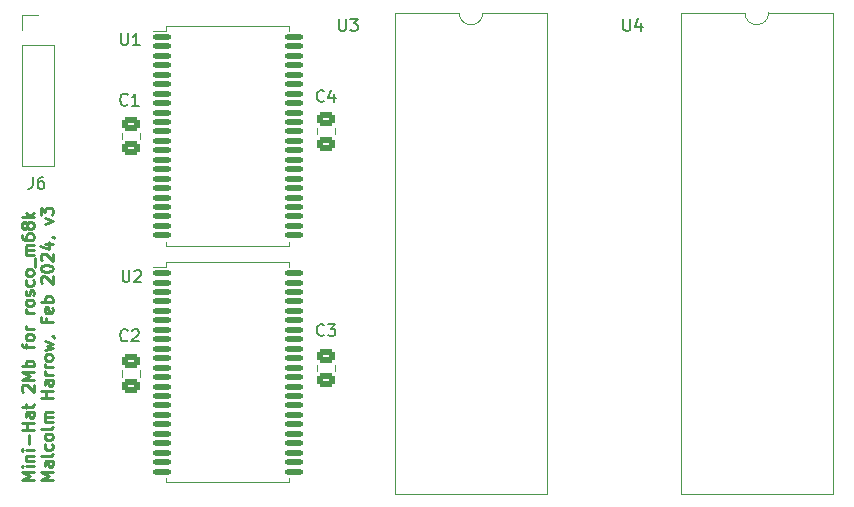
<source format=gto>
G04 #@! TF.GenerationSoftware,KiCad,Pcbnew,8.0.0*
G04 #@! TF.CreationDate,2024-03-01T08:40:03-05:00*
G04 #@! TF.ProjectId,Rosco-MiniHat,526f7363-6f2d-44d6-996e-694861742e6b,rev?*
G04 #@! TF.SameCoordinates,Original*
G04 #@! TF.FileFunction,Legend,Top*
G04 #@! TF.FilePolarity,Positive*
%FSLAX46Y46*%
G04 Gerber Fmt 4.6, Leading zero omitted, Abs format (unit mm)*
G04 Created by KiCad (PCBNEW 8.0.0) date 2024-03-01 08:40:03*
%MOMM*%
%LPD*%
G01*
G04 APERTURE LIST*
G04 Aperture macros list*
%AMRoundRect*
0 Rectangle with rounded corners*
0 $1 Rounding radius*
0 $2 $3 $4 $5 $6 $7 $8 $9 X,Y pos of 4 corners*
0 Add a 4 corners polygon primitive as box body*
4,1,4,$2,$3,$4,$5,$6,$7,$8,$9,$2,$3,0*
0 Add four circle primitives for the rounded corners*
1,1,$1+$1,$2,$3*
1,1,$1+$1,$4,$5*
1,1,$1+$1,$6,$7*
1,1,$1+$1,$8,$9*
0 Add four rect primitives between the rounded corners*
20,1,$1+$1,$2,$3,$4,$5,0*
20,1,$1+$1,$4,$5,$6,$7,0*
20,1,$1+$1,$6,$7,$8,$9,0*
20,1,$1+$1,$8,$9,$2,$3,0*%
G04 Aperture macros list end*
%ADD10C,0.250000*%
%ADD11C,0.150000*%
%ADD12C,0.120000*%
%ADD13R,1.700000X1.700000*%
%ADD14O,1.700000X1.700000*%
%ADD15R,1.600000X1.600000*%
%ADD16O,1.600000X1.600000*%
%ADD17RoundRect,0.250000X0.475000X-0.337500X0.475000X0.337500X-0.475000X0.337500X-0.475000X-0.337500X0*%
%ADD18RoundRect,0.137500X-0.625000X-0.137500X0.625000X-0.137500X0.625000X0.137500X-0.625000X0.137500X0*%
%ADD19RoundRect,0.250000X-0.475000X0.337500X-0.475000X-0.337500X0.475000X-0.337500X0.475000X0.337500X0*%
G04 APERTURE END LIST*
D10*
X58254675Y-90597431D02*
X57254675Y-90597431D01*
X57254675Y-90597431D02*
X57968960Y-90264098D01*
X57968960Y-90264098D02*
X57254675Y-89930765D01*
X57254675Y-89930765D02*
X58254675Y-89930765D01*
X58254675Y-89454574D02*
X57588008Y-89454574D01*
X57254675Y-89454574D02*
X57302294Y-89502193D01*
X57302294Y-89502193D02*
X57349913Y-89454574D01*
X57349913Y-89454574D02*
X57302294Y-89406955D01*
X57302294Y-89406955D02*
X57254675Y-89454574D01*
X57254675Y-89454574D02*
X57349913Y-89454574D01*
X57588008Y-88978384D02*
X58254675Y-88978384D01*
X57683246Y-88978384D02*
X57635627Y-88930765D01*
X57635627Y-88930765D02*
X57588008Y-88835527D01*
X57588008Y-88835527D02*
X57588008Y-88692670D01*
X57588008Y-88692670D02*
X57635627Y-88597432D01*
X57635627Y-88597432D02*
X57730865Y-88549813D01*
X57730865Y-88549813D02*
X58254675Y-88549813D01*
X58254675Y-88073622D02*
X57588008Y-88073622D01*
X57254675Y-88073622D02*
X57302294Y-88121241D01*
X57302294Y-88121241D02*
X57349913Y-88073622D01*
X57349913Y-88073622D02*
X57302294Y-88026003D01*
X57302294Y-88026003D02*
X57254675Y-88073622D01*
X57254675Y-88073622D02*
X57349913Y-88073622D01*
X57873722Y-87597432D02*
X57873722Y-86835528D01*
X58254675Y-86359337D02*
X57254675Y-86359337D01*
X57730865Y-86359337D02*
X57730865Y-85787909D01*
X58254675Y-85787909D02*
X57254675Y-85787909D01*
X58254675Y-84883147D02*
X57730865Y-84883147D01*
X57730865Y-84883147D02*
X57635627Y-84930766D01*
X57635627Y-84930766D02*
X57588008Y-85026004D01*
X57588008Y-85026004D02*
X57588008Y-85216480D01*
X57588008Y-85216480D02*
X57635627Y-85311718D01*
X58207056Y-84883147D02*
X58254675Y-84978385D01*
X58254675Y-84978385D02*
X58254675Y-85216480D01*
X58254675Y-85216480D02*
X58207056Y-85311718D01*
X58207056Y-85311718D02*
X58111817Y-85359337D01*
X58111817Y-85359337D02*
X58016579Y-85359337D01*
X58016579Y-85359337D02*
X57921341Y-85311718D01*
X57921341Y-85311718D02*
X57873722Y-85216480D01*
X57873722Y-85216480D02*
X57873722Y-84978385D01*
X57873722Y-84978385D02*
X57826103Y-84883147D01*
X57588008Y-84549813D02*
X57588008Y-84168861D01*
X57254675Y-84406956D02*
X58111817Y-84406956D01*
X58111817Y-84406956D02*
X58207056Y-84359337D01*
X58207056Y-84359337D02*
X58254675Y-84264099D01*
X58254675Y-84264099D02*
X58254675Y-84168861D01*
X57349913Y-83121241D02*
X57302294Y-83073622D01*
X57302294Y-83073622D02*
X57254675Y-82978384D01*
X57254675Y-82978384D02*
X57254675Y-82740289D01*
X57254675Y-82740289D02*
X57302294Y-82645051D01*
X57302294Y-82645051D02*
X57349913Y-82597432D01*
X57349913Y-82597432D02*
X57445151Y-82549813D01*
X57445151Y-82549813D02*
X57540389Y-82549813D01*
X57540389Y-82549813D02*
X57683246Y-82597432D01*
X57683246Y-82597432D02*
X58254675Y-83168860D01*
X58254675Y-83168860D02*
X58254675Y-82549813D01*
X58254675Y-82121241D02*
X57254675Y-82121241D01*
X57254675Y-82121241D02*
X57968960Y-81787908D01*
X57968960Y-81787908D02*
X57254675Y-81454575D01*
X57254675Y-81454575D02*
X58254675Y-81454575D01*
X58254675Y-80978384D02*
X57254675Y-80978384D01*
X57635627Y-80978384D02*
X57588008Y-80883146D01*
X57588008Y-80883146D02*
X57588008Y-80692670D01*
X57588008Y-80692670D02*
X57635627Y-80597432D01*
X57635627Y-80597432D02*
X57683246Y-80549813D01*
X57683246Y-80549813D02*
X57778484Y-80502194D01*
X57778484Y-80502194D02*
X58064198Y-80502194D01*
X58064198Y-80502194D02*
X58159436Y-80549813D01*
X58159436Y-80549813D02*
X58207056Y-80597432D01*
X58207056Y-80597432D02*
X58254675Y-80692670D01*
X58254675Y-80692670D02*
X58254675Y-80883146D01*
X58254675Y-80883146D02*
X58207056Y-80978384D01*
X57588008Y-79454574D02*
X57588008Y-79073622D01*
X58254675Y-79311717D02*
X57397532Y-79311717D01*
X57397532Y-79311717D02*
X57302294Y-79264098D01*
X57302294Y-79264098D02*
X57254675Y-79168860D01*
X57254675Y-79168860D02*
X57254675Y-79073622D01*
X58254675Y-78597431D02*
X58207056Y-78692669D01*
X58207056Y-78692669D02*
X58159436Y-78740288D01*
X58159436Y-78740288D02*
X58064198Y-78787907D01*
X58064198Y-78787907D02*
X57778484Y-78787907D01*
X57778484Y-78787907D02*
X57683246Y-78740288D01*
X57683246Y-78740288D02*
X57635627Y-78692669D01*
X57635627Y-78692669D02*
X57588008Y-78597431D01*
X57588008Y-78597431D02*
X57588008Y-78454574D01*
X57588008Y-78454574D02*
X57635627Y-78359336D01*
X57635627Y-78359336D02*
X57683246Y-78311717D01*
X57683246Y-78311717D02*
X57778484Y-78264098D01*
X57778484Y-78264098D02*
X58064198Y-78264098D01*
X58064198Y-78264098D02*
X58159436Y-78311717D01*
X58159436Y-78311717D02*
X58207056Y-78359336D01*
X58207056Y-78359336D02*
X58254675Y-78454574D01*
X58254675Y-78454574D02*
X58254675Y-78597431D01*
X58254675Y-77835526D02*
X57588008Y-77835526D01*
X57778484Y-77835526D02*
X57683246Y-77787907D01*
X57683246Y-77787907D02*
X57635627Y-77740288D01*
X57635627Y-77740288D02*
X57588008Y-77645050D01*
X57588008Y-77645050D02*
X57588008Y-77549812D01*
X58254675Y-76454573D02*
X57588008Y-76454573D01*
X57778484Y-76454573D02*
X57683246Y-76406954D01*
X57683246Y-76406954D02*
X57635627Y-76359335D01*
X57635627Y-76359335D02*
X57588008Y-76264097D01*
X57588008Y-76264097D02*
X57588008Y-76168859D01*
X58254675Y-75692668D02*
X58207056Y-75787906D01*
X58207056Y-75787906D02*
X58159436Y-75835525D01*
X58159436Y-75835525D02*
X58064198Y-75883144D01*
X58064198Y-75883144D02*
X57778484Y-75883144D01*
X57778484Y-75883144D02*
X57683246Y-75835525D01*
X57683246Y-75835525D02*
X57635627Y-75787906D01*
X57635627Y-75787906D02*
X57588008Y-75692668D01*
X57588008Y-75692668D02*
X57588008Y-75549811D01*
X57588008Y-75549811D02*
X57635627Y-75454573D01*
X57635627Y-75454573D02*
X57683246Y-75406954D01*
X57683246Y-75406954D02*
X57778484Y-75359335D01*
X57778484Y-75359335D02*
X58064198Y-75359335D01*
X58064198Y-75359335D02*
X58159436Y-75406954D01*
X58159436Y-75406954D02*
X58207056Y-75454573D01*
X58207056Y-75454573D02*
X58254675Y-75549811D01*
X58254675Y-75549811D02*
X58254675Y-75692668D01*
X58207056Y-74978382D02*
X58254675Y-74883144D01*
X58254675Y-74883144D02*
X58254675Y-74692668D01*
X58254675Y-74692668D02*
X58207056Y-74597430D01*
X58207056Y-74597430D02*
X58111817Y-74549811D01*
X58111817Y-74549811D02*
X58064198Y-74549811D01*
X58064198Y-74549811D02*
X57968960Y-74597430D01*
X57968960Y-74597430D02*
X57921341Y-74692668D01*
X57921341Y-74692668D02*
X57921341Y-74835525D01*
X57921341Y-74835525D02*
X57873722Y-74930763D01*
X57873722Y-74930763D02*
X57778484Y-74978382D01*
X57778484Y-74978382D02*
X57730865Y-74978382D01*
X57730865Y-74978382D02*
X57635627Y-74930763D01*
X57635627Y-74930763D02*
X57588008Y-74835525D01*
X57588008Y-74835525D02*
X57588008Y-74692668D01*
X57588008Y-74692668D02*
X57635627Y-74597430D01*
X58207056Y-73692668D02*
X58254675Y-73787906D01*
X58254675Y-73787906D02*
X58254675Y-73978382D01*
X58254675Y-73978382D02*
X58207056Y-74073620D01*
X58207056Y-74073620D02*
X58159436Y-74121239D01*
X58159436Y-74121239D02*
X58064198Y-74168858D01*
X58064198Y-74168858D02*
X57778484Y-74168858D01*
X57778484Y-74168858D02*
X57683246Y-74121239D01*
X57683246Y-74121239D02*
X57635627Y-74073620D01*
X57635627Y-74073620D02*
X57588008Y-73978382D01*
X57588008Y-73978382D02*
X57588008Y-73787906D01*
X57588008Y-73787906D02*
X57635627Y-73692668D01*
X58254675Y-73121239D02*
X58207056Y-73216477D01*
X58207056Y-73216477D02*
X58159436Y-73264096D01*
X58159436Y-73264096D02*
X58064198Y-73311715D01*
X58064198Y-73311715D02*
X57778484Y-73311715D01*
X57778484Y-73311715D02*
X57683246Y-73264096D01*
X57683246Y-73264096D02*
X57635627Y-73216477D01*
X57635627Y-73216477D02*
X57588008Y-73121239D01*
X57588008Y-73121239D02*
X57588008Y-72978382D01*
X57588008Y-72978382D02*
X57635627Y-72883144D01*
X57635627Y-72883144D02*
X57683246Y-72835525D01*
X57683246Y-72835525D02*
X57778484Y-72787906D01*
X57778484Y-72787906D02*
X58064198Y-72787906D01*
X58064198Y-72787906D02*
X58159436Y-72835525D01*
X58159436Y-72835525D02*
X58207056Y-72883144D01*
X58207056Y-72883144D02*
X58254675Y-72978382D01*
X58254675Y-72978382D02*
X58254675Y-73121239D01*
X58349913Y-72597430D02*
X58349913Y-71835525D01*
X58254675Y-71597429D02*
X57588008Y-71597429D01*
X57683246Y-71597429D02*
X57635627Y-71549810D01*
X57635627Y-71549810D02*
X57588008Y-71454572D01*
X57588008Y-71454572D02*
X57588008Y-71311715D01*
X57588008Y-71311715D02*
X57635627Y-71216477D01*
X57635627Y-71216477D02*
X57730865Y-71168858D01*
X57730865Y-71168858D02*
X58254675Y-71168858D01*
X57730865Y-71168858D02*
X57635627Y-71121239D01*
X57635627Y-71121239D02*
X57588008Y-71026001D01*
X57588008Y-71026001D02*
X57588008Y-70883144D01*
X57588008Y-70883144D02*
X57635627Y-70787905D01*
X57635627Y-70787905D02*
X57730865Y-70740286D01*
X57730865Y-70740286D02*
X58254675Y-70740286D01*
X57254675Y-69835525D02*
X57254675Y-70026001D01*
X57254675Y-70026001D02*
X57302294Y-70121239D01*
X57302294Y-70121239D02*
X57349913Y-70168858D01*
X57349913Y-70168858D02*
X57492770Y-70264096D01*
X57492770Y-70264096D02*
X57683246Y-70311715D01*
X57683246Y-70311715D02*
X58064198Y-70311715D01*
X58064198Y-70311715D02*
X58159436Y-70264096D01*
X58159436Y-70264096D02*
X58207056Y-70216477D01*
X58207056Y-70216477D02*
X58254675Y-70121239D01*
X58254675Y-70121239D02*
X58254675Y-69930763D01*
X58254675Y-69930763D02*
X58207056Y-69835525D01*
X58207056Y-69835525D02*
X58159436Y-69787906D01*
X58159436Y-69787906D02*
X58064198Y-69740287D01*
X58064198Y-69740287D02*
X57826103Y-69740287D01*
X57826103Y-69740287D02*
X57730865Y-69787906D01*
X57730865Y-69787906D02*
X57683246Y-69835525D01*
X57683246Y-69835525D02*
X57635627Y-69930763D01*
X57635627Y-69930763D02*
X57635627Y-70121239D01*
X57635627Y-70121239D02*
X57683246Y-70216477D01*
X57683246Y-70216477D02*
X57730865Y-70264096D01*
X57730865Y-70264096D02*
X57826103Y-70311715D01*
X57683246Y-69168858D02*
X57635627Y-69264096D01*
X57635627Y-69264096D02*
X57588008Y-69311715D01*
X57588008Y-69311715D02*
X57492770Y-69359334D01*
X57492770Y-69359334D02*
X57445151Y-69359334D01*
X57445151Y-69359334D02*
X57349913Y-69311715D01*
X57349913Y-69311715D02*
X57302294Y-69264096D01*
X57302294Y-69264096D02*
X57254675Y-69168858D01*
X57254675Y-69168858D02*
X57254675Y-68978382D01*
X57254675Y-68978382D02*
X57302294Y-68883144D01*
X57302294Y-68883144D02*
X57349913Y-68835525D01*
X57349913Y-68835525D02*
X57445151Y-68787906D01*
X57445151Y-68787906D02*
X57492770Y-68787906D01*
X57492770Y-68787906D02*
X57588008Y-68835525D01*
X57588008Y-68835525D02*
X57635627Y-68883144D01*
X57635627Y-68883144D02*
X57683246Y-68978382D01*
X57683246Y-68978382D02*
X57683246Y-69168858D01*
X57683246Y-69168858D02*
X57730865Y-69264096D01*
X57730865Y-69264096D02*
X57778484Y-69311715D01*
X57778484Y-69311715D02*
X57873722Y-69359334D01*
X57873722Y-69359334D02*
X58064198Y-69359334D01*
X58064198Y-69359334D02*
X58159436Y-69311715D01*
X58159436Y-69311715D02*
X58207056Y-69264096D01*
X58207056Y-69264096D02*
X58254675Y-69168858D01*
X58254675Y-69168858D02*
X58254675Y-68978382D01*
X58254675Y-68978382D02*
X58207056Y-68883144D01*
X58207056Y-68883144D02*
X58159436Y-68835525D01*
X58159436Y-68835525D02*
X58064198Y-68787906D01*
X58064198Y-68787906D02*
X57873722Y-68787906D01*
X57873722Y-68787906D02*
X57778484Y-68835525D01*
X57778484Y-68835525D02*
X57730865Y-68883144D01*
X57730865Y-68883144D02*
X57683246Y-68978382D01*
X58254675Y-68359334D02*
X57254675Y-68359334D01*
X57873722Y-68264096D02*
X58254675Y-67978382D01*
X57588008Y-67978382D02*
X57968960Y-68359334D01*
X59864619Y-90597431D02*
X58864619Y-90597431D01*
X58864619Y-90597431D02*
X59578904Y-90264098D01*
X59578904Y-90264098D02*
X58864619Y-89930765D01*
X58864619Y-89930765D02*
X59864619Y-89930765D01*
X59864619Y-89026003D02*
X59340809Y-89026003D01*
X59340809Y-89026003D02*
X59245571Y-89073622D01*
X59245571Y-89073622D02*
X59197952Y-89168860D01*
X59197952Y-89168860D02*
X59197952Y-89359336D01*
X59197952Y-89359336D02*
X59245571Y-89454574D01*
X59817000Y-89026003D02*
X59864619Y-89121241D01*
X59864619Y-89121241D02*
X59864619Y-89359336D01*
X59864619Y-89359336D02*
X59817000Y-89454574D01*
X59817000Y-89454574D02*
X59721761Y-89502193D01*
X59721761Y-89502193D02*
X59626523Y-89502193D01*
X59626523Y-89502193D02*
X59531285Y-89454574D01*
X59531285Y-89454574D02*
X59483666Y-89359336D01*
X59483666Y-89359336D02*
X59483666Y-89121241D01*
X59483666Y-89121241D02*
X59436047Y-89026003D01*
X59864619Y-88406955D02*
X59817000Y-88502193D01*
X59817000Y-88502193D02*
X59721761Y-88549812D01*
X59721761Y-88549812D02*
X58864619Y-88549812D01*
X59817000Y-87597431D02*
X59864619Y-87692669D01*
X59864619Y-87692669D02*
X59864619Y-87883145D01*
X59864619Y-87883145D02*
X59817000Y-87978383D01*
X59817000Y-87978383D02*
X59769380Y-88026002D01*
X59769380Y-88026002D02*
X59674142Y-88073621D01*
X59674142Y-88073621D02*
X59388428Y-88073621D01*
X59388428Y-88073621D02*
X59293190Y-88026002D01*
X59293190Y-88026002D02*
X59245571Y-87978383D01*
X59245571Y-87978383D02*
X59197952Y-87883145D01*
X59197952Y-87883145D02*
X59197952Y-87692669D01*
X59197952Y-87692669D02*
X59245571Y-87597431D01*
X59864619Y-87026002D02*
X59817000Y-87121240D01*
X59817000Y-87121240D02*
X59769380Y-87168859D01*
X59769380Y-87168859D02*
X59674142Y-87216478D01*
X59674142Y-87216478D02*
X59388428Y-87216478D01*
X59388428Y-87216478D02*
X59293190Y-87168859D01*
X59293190Y-87168859D02*
X59245571Y-87121240D01*
X59245571Y-87121240D02*
X59197952Y-87026002D01*
X59197952Y-87026002D02*
X59197952Y-86883145D01*
X59197952Y-86883145D02*
X59245571Y-86787907D01*
X59245571Y-86787907D02*
X59293190Y-86740288D01*
X59293190Y-86740288D02*
X59388428Y-86692669D01*
X59388428Y-86692669D02*
X59674142Y-86692669D01*
X59674142Y-86692669D02*
X59769380Y-86740288D01*
X59769380Y-86740288D02*
X59817000Y-86787907D01*
X59817000Y-86787907D02*
X59864619Y-86883145D01*
X59864619Y-86883145D02*
X59864619Y-87026002D01*
X59864619Y-86121240D02*
X59817000Y-86216478D01*
X59817000Y-86216478D02*
X59721761Y-86264097D01*
X59721761Y-86264097D02*
X58864619Y-86264097D01*
X59864619Y-85740287D02*
X59197952Y-85740287D01*
X59293190Y-85740287D02*
X59245571Y-85692668D01*
X59245571Y-85692668D02*
X59197952Y-85597430D01*
X59197952Y-85597430D02*
X59197952Y-85454573D01*
X59197952Y-85454573D02*
X59245571Y-85359335D01*
X59245571Y-85359335D02*
X59340809Y-85311716D01*
X59340809Y-85311716D02*
X59864619Y-85311716D01*
X59340809Y-85311716D02*
X59245571Y-85264097D01*
X59245571Y-85264097D02*
X59197952Y-85168859D01*
X59197952Y-85168859D02*
X59197952Y-85026002D01*
X59197952Y-85026002D02*
X59245571Y-84930763D01*
X59245571Y-84930763D02*
X59340809Y-84883144D01*
X59340809Y-84883144D02*
X59864619Y-84883144D01*
X59864619Y-83645049D02*
X58864619Y-83645049D01*
X59340809Y-83645049D02*
X59340809Y-83073621D01*
X59864619Y-83073621D02*
X58864619Y-83073621D01*
X59864619Y-82168859D02*
X59340809Y-82168859D01*
X59340809Y-82168859D02*
X59245571Y-82216478D01*
X59245571Y-82216478D02*
X59197952Y-82311716D01*
X59197952Y-82311716D02*
X59197952Y-82502192D01*
X59197952Y-82502192D02*
X59245571Y-82597430D01*
X59817000Y-82168859D02*
X59864619Y-82264097D01*
X59864619Y-82264097D02*
X59864619Y-82502192D01*
X59864619Y-82502192D02*
X59817000Y-82597430D01*
X59817000Y-82597430D02*
X59721761Y-82645049D01*
X59721761Y-82645049D02*
X59626523Y-82645049D01*
X59626523Y-82645049D02*
X59531285Y-82597430D01*
X59531285Y-82597430D02*
X59483666Y-82502192D01*
X59483666Y-82502192D02*
X59483666Y-82264097D01*
X59483666Y-82264097D02*
X59436047Y-82168859D01*
X59864619Y-81692668D02*
X59197952Y-81692668D01*
X59388428Y-81692668D02*
X59293190Y-81645049D01*
X59293190Y-81645049D02*
X59245571Y-81597430D01*
X59245571Y-81597430D02*
X59197952Y-81502192D01*
X59197952Y-81502192D02*
X59197952Y-81406954D01*
X59864619Y-81073620D02*
X59197952Y-81073620D01*
X59388428Y-81073620D02*
X59293190Y-81026001D01*
X59293190Y-81026001D02*
X59245571Y-80978382D01*
X59245571Y-80978382D02*
X59197952Y-80883144D01*
X59197952Y-80883144D02*
X59197952Y-80787906D01*
X59864619Y-80311715D02*
X59817000Y-80406953D01*
X59817000Y-80406953D02*
X59769380Y-80454572D01*
X59769380Y-80454572D02*
X59674142Y-80502191D01*
X59674142Y-80502191D02*
X59388428Y-80502191D01*
X59388428Y-80502191D02*
X59293190Y-80454572D01*
X59293190Y-80454572D02*
X59245571Y-80406953D01*
X59245571Y-80406953D02*
X59197952Y-80311715D01*
X59197952Y-80311715D02*
X59197952Y-80168858D01*
X59197952Y-80168858D02*
X59245571Y-80073620D01*
X59245571Y-80073620D02*
X59293190Y-80026001D01*
X59293190Y-80026001D02*
X59388428Y-79978382D01*
X59388428Y-79978382D02*
X59674142Y-79978382D01*
X59674142Y-79978382D02*
X59769380Y-80026001D01*
X59769380Y-80026001D02*
X59817000Y-80073620D01*
X59817000Y-80073620D02*
X59864619Y-80168858D01*
X59864619Y-80168858D02*
X59864619Y-80311715D01*
X59197952Y-79645048D02*
X59864619Y-79454572D01*
X59864619Y-79454572D02*
X59388428Y-79264096D01*
X59388428Y-79264096D02*
X59864619Y-79073620D01*
X59864619Y-79073620D02*
X59197952Y-78883144D01*
X59817000Y-78454572D02*
X59864619Y-78454572D01*
X59864619Y-78454572D02*
X59959857Y-78502191D01*
X59959857Y-78502191D02*
X60007476Y-78549810D01*
X59340809Y-76930763D02*
X59340809Y-77264096D01*
X59864619Y-77264096D02*
X58864619Y-77264096D01*
X58864619Y-77264096D02*
X58864619Y-76787906D01*
X59817000Y-76026001D02*
X59864619Y-76121239D01*
X59864619Y-76121239D02*
X59864619Y-76311715D01*
X59864619Y-76311715D02*
X59817000Y-76406953D01*
X59817000Y-76406953D02*
X59721761Y-76454572D01*
X59721761Y-76454572D02*
X59340809Y-76454572D01*
X59340809Y-76454572D02*
X59245571Y-76406953D01*
X59245571Y-76406953D02*
X59197952Y-76311715D01*
X59197952Y-76311715D02*
X59197952Y-76121239D01*
X59197952Y-76121239D02*
X59245571Y-76026001D01*
X59245571Y-76026001D02*
X59340809Y-75978382D01*
X59340809Y-75978382D02*
X59436047Y-75978382D01*
X59436047Y-75978382D02*
X59531285Y-76454572D01*
X59864619Y-75549810D02*
X58864619Y-75549810D01*
X59245571Y-75549810D02*
X59197952Y-75454572D01*
X59197952Y-75454572D02*
X59197952Y-75264096D01*
X59197952Y-75264096D02*
X59245571Y-75168858D01*
X59245571Y-75168858D02*
X59293190Y-75121239D01*
X59293190Y-75121239D02*
X59388428Y-75073620D01*
X59388428Y-75073620D02*
X59674142Y-75073620D01*
X59674142Y-75073620D02*
X59769380Y-75121239D01*
X59769380Y-75121239D02*
X59817000Y-75168858D01*
X59817000Y-75168858D02*
X59864619Y-75264096D01*
X59864619Y-75264096D02*
X59864619Y-75454572D01*
X59864619Y-75454572D02*
X59817000Y-75549810D01*
X58959857Y-73930762D02*
X58912238Y-73883143D01*
X58912238Y-73883143D02*
X58864619Y-73787905D01*
X58864619Y-73787905D02*
X58864619Y-73549810D01*
X58864619Y-73549810D02*
X58912238Y-73454572D01*
X58912238Y-73454572D02*
X58959857Y-73406953D01*
X58959857Y-73406953D02*
X59055095Y-73359334D01*
X59055095Y-73359334D02*
X59150333Y-73359334D01*
X59150333Y-73359334D02*
X59293190Y-73406953D01*
X59293190Y-73406953D02*
X59864619Y-73978381D01*
X59864619Y-73978381D02*
X59864619Y-73359334D01*
X58864619Y-72740286D02*
X58864619Y-72645048D01*
X58864619Y-72645048D02*
X58912238Y-72549810D01*
X58912238Y-72549810D02*
X58959857Y-72502191D01*
X58959857Y-72502191D02*
X59055095Y-72454572D01*
X59055095Y-72454572D02*
X59245571Y-72406953D01*
X59245571Y-72406953D02*
X59483666Y-72406953D01*
X59483666Y-72406953D02*
X59674142Y-72454572D01*
X59674142Y-72454572D02*
X59769380Y-72502191D01*
X59769380Y-72502191D02*
X59817000Y-72549810D01*
X59817000Y-72549810D02*
X59864619Y-72645048D01*
X59864619Y-72645048D02*
X59864619Y-72740286D01*
X59864619Y-72740286D02*
X59817000Y-72835524D01*
X59817000Y-72835524D02*
X59769380Y-72883143D01*
X59769380Y-72883143D02*
X59674142Y-72930762D01*
X59674142Y-72930762D02*
X59483666Y-72978381D01*
X59483666Y-72978381D02*
X59245571Y-72978381D01*
X59245571Y-72978381D02*
X59055095Y-72930762D01*
X59055095Y-72930762D02*
X58959857Y-72883143D01*
X58959857Y-72883143D02*
X58912238Y-72835524D01*
X58912238Y-72835524D02*
X58864619Y-72740286D01*
X58959857Y-72026000D02*
X58912238Y-71978381D01*
X58912238Y-71978381D02*
X58864619Y-71883143D01*
X58864619Y-71883143D02*
X58864619Y-71645048D01*
X58864619Y-71645048D02*
X58912238Y-71549810D01*
X58912238Y-71549810D02*
X58959857Y-71502191D01*
X58959857Y-71502191D02*
X59055095Y-71454572D01*
X59055095Y-71454572D02*
X59150333Y-71454572D01*
X59150333Y-71454572D02*
X59293190Y-71502191D01*
X59293190Y-71502191D02*
X59864619Y-72073619D01*
X59864619Y-72073619D02*
X59864619Y-71454572D01*
X59197952Y-70597429D02*
X59864619Y-70597429D01*
X58817000Y-70835524D02*
X59531285Y-71073619D01*
X59531285Y-71073619D02*
X59531285Y-70454572D01*
X59817000Y-70026000D02*
X59864619Y-70026000D01*
X59864619Y-70026000D02*
X59959857Y-70073619D01*
X59959857Y-70073619D02*
X60007476Y-70121238D01*
X59197952Y-68930762D02*
X59864619Y-68692667D01*
X59864619Y-68692667D02*
X59197952Y-68454572D01*
X58864619Y-68168857D02*
X58864619Y-67549810D01*
X58864619Y-67549810D02*
X59245571Y-67883143D01*
X59245571Y-67883143D02*
X59245571Y-67740286D01*
X59245571Y-67740286D02*
X59293190Y-67645048D01*
X59293190Y-67645048D02*
X59340809Y-67597429D01*
X59340809Y-67597429D02*
X59436047Y-67549810D01*
X59436047Y-67549810D02*
X59674142Y-67549810D01*
X59674142Y-67549810D02*
X59769380Y-67597429D01*
X59769380Y-67597429D02*
X59817000Y-67645048D01*
X59817000Y-67645048D02*
X59864619Y-67740286D01*
X59864619Y-67740286D02*
X59864619Y-68026000D01*
X59864619Y-68026000D02*
X59817000Y-68121238D01*
X59817000Y-68121238D02*
X59769380Y-68168857D01*
D11*
X58166666Y-64954819D02*
X58166666Y-65669104D01*
X58166666Y-65669104D02*
X58119047Y-65811961D01*
X58119047Y-65811961D02*
X58023809Y-65907200D01*
X58023809Y-65907200D02*
X57880952Y-65954819D01*
X57880952Y-65954819D02*
X57785714Y-65954819D01*
X59071428Y-64954819D02*
X58880952Y-64954819D01*
X58880952Y-64954819D02*
X58785714Y-65002438D01*
X58785714Y-65002438D02*
X58738095Y-65050057D01*
X58738095Y-65050057D02*
X58642857Y-65192914D01*
X58642857Y-65192914D02*
X58595238Y-65383390D01*
X58595238Y-65383390D02*
X58595238Y-65764342D01*
X58595238Y-65764342D02*
X58642857Y-65859580D01*
X58642857Y-65859580D02*
X58690476Y-65907200D01*
X58690476Y-65907200D02*
X58785714Y-65954819D01*
X58785714Y-65954819D02*
X58976190Y-65954819D01*
X58976190Y-65954819D02*
X59071428Y-65907200D01*
X59071428Y-65907200D02*
X59119047Y-65859580D01*
X59119047Y-65859580D02*
X59166666Y-65764342D01*
X59166666Y-65764342D02*
X59166666Y-65526247D01*
X59166666Y-65526247D02*
X59119047Y-65431009D01*
X59119047Y-65431009D02*
X59071428Y-65383390D01*
X59071428Y-65383390D02*
X58976190Y-65335771D01*
X58976190Y-65335771D02*
X58785714Y-65335771D01*
X58785714Y-65335771D02*
X58690476Y-65383390D01*
X58690476Y-65383390D02*
X58642857Y-65431009D01*
X58642857Y-65431009D02*
X58595238Y-65526247D01*
X108189095Y-51578819D02*
X108189095Y-52388342D01*
X108189095Y-52388342D02*
X108236714Y-52483580D01*
X108236714Y-52483580D02*
X108284333Y-52531200D01*
X108284333Y-52531200D02*
X108379571Y-52578819D01*
X108379571Y-52578819D02*
X108570047Y-52578819D01*
X108570047Y-52578819D02*
X108665285Y-52531200D01*
X108665285Y-52531200D02*
X108712904Y-52483580D01*
X108712904Y-52483580D02*
X108760523Y-52388342D01*
X108760523Y-52388342D02*
X108760523Y-51578819D01*
X109665285Y-51912152D02*
X109665285Y-52578819D01*
X109427190Y-51531200D02*
X109189095Y-52245485D01*
X109189095Y-52245485D02*
X109808142Y-52245485D01*
X82833333Y-58512580D02*
X82785714Y-58560200D01*
X82785714Y-58560200D02*
X82642857Y-58607819D01*
X82642857Y-58607819D02*
X82547619Y-58607819D01*
X82547619Y-58607819D02*
X82404762Y-58560200D01*
X82404762Y-58560200D02*
X82309524Y-58464961D01*
X82309524Y-58464961D02*
X82261905Y-58369723D01*
X82261905Y-58369723D02*
X82214286Y-58179247D01*
X82214286Y-58179247D02*
X82214286Y-58036390D01*
X82214286Y-58036390D02*
X82261905Y-57845914D01*
X82261905Y-57845914D02*
X82309524Y-57750676D01*
X82309524Y-57750676D02*
X82404762Y-57655438D01*
X82404762Y-57655438D02*
X82547619Y-57607819D01*
X82547619Y-57607819D02*
X82642857Y-57607819D01*
X82642857Y-57607819D02*
X82785714Y-57655438D01*
X82785714Y-57655438D02*
X82833333Y-57703057D01*
X83690476Y-57941152D02*
X83690476Y-58607819D01*
X83452381Y-57560200D02*
X83214286Y-58274485D01*
X83214286Y-58274485D02*
X83833333Y-58274485D01*
X82833333Y-78330580D02*
X82785714Y-78378200D01*
X82785714Y-78378200D02*
X82642857Y-78425819D01*
X82642857Y-78425819D02*
X82547619Y-78425819D01*
X82547619Y-78425819D02*
X82404762Y-78378200D01*
X82404762Y-78378200D02*
X82309524Y-78282961D01*
X82309524Y-78282961D02*
X82261905Y-78187723D01*
X82261905Y-78187723D02*
X82214286Y-77997247D01*
X82214286Y-77997247D02*
X82214286Y-77854390D01*
X82214286Y-77854390D02*
X82261905Y-77663914D01*
X82261905Y-77663914D02*
X82309524Y-77568676D01*
X82309524Y-77568676D02*
X82404762Y-77473438D01*
X82404762Y-77473438D02*
X82547619Y-77425819D01*
X82547619Y-77425819D02*
X82642857Y-77425819D01*
X82642857Y-77425819D02*
X82785714Y-77473438D01*
X82785714Y-77473438D02*
X82833333Y-77521057D01*
X83166667Y-77425819D02*
X83785714Y-77425819D01*
X83785714Y-77425819D02*
X83452381Y-77806771D01*
X83452381Y-77806771D02*
X83595238Y-77806771D01*
X83595238Y-77806771D02*
X83690476Y-77854390D01*
X83690476Y-77854390D02*
X83738095Y-77902009D01*
X83738095Y-77902009D02*
X83785714Y-77997247D01*
X83785714Y-77997247D02*
X83785714Y-78235342D01*
X83785714Y-78235342D02*
X83738095Y-78330580D01*
X83738095Y-78330580D02*
X83690476Y-78378200D01*
X83690476Y-78378200D02*
X83595238Y-78425819D01*
X83595238Y-78425819D02*
X83309524Y-78425819D01*
X83309524Y-78425819D02*
X83214286Y-78378200D01*
X83214286Y-78378200D02*
X83166667Y-78330580D01*
X65653095Y-52781819D02*
X65653095Y-53591342D01*
X65653095Y-53591342D02*
X65700714Y-53686580D01*
X65700714Y-53686580D02*
X65748333Y-53734200D01*
X65748333Y-53734200D02*
X65843571Y-53781819D01*
X65843571Y-53781819D02*
X66034047Y-53781819D01*
X66034047Y-53781819D02*
X66129285Y-53734200D01*
X66129285Y-53734200D02*
X66176904Y-53686580D01*
X66176904Y-53686580D02*
X66224523Y-53591342D01*
X66224523Y-53591342D02*
X66224523Y-52781819D01*
X67224523Y-53781819D02*
X66653095Y-53781819D01*
X66938809Y-53781819D02*
X66938809Y-52781819D01*
X66938809Y-52781819D02*
X66843571Y-52924676D01*
X66843571Y-52924676D02*
X66748333Y-53019914D01*
X66748333Y-53019914D02*
X66653095Y-53067533D01*
X84111095Y-51578819D02*
X84111095Y-52388342D01*
X84111095Y-52388342D02*
X84158714Y-52483580D01*
X84158714Y-52483580D02*
X84206333Y-52531200D01*
X84206333Y-52531200D02*
X84301571Y-52578819D01*
X84301571Y-52578819D02*
X84492047Y-52578819D01*
X84492047Y-52578819D02*
X84587285Y-52531200D01*
X84587285Y-52531200D02*
X84634904Y-52483580D01*
X84634904Y-52483580D02*
X84682523Y-52388342D01*
X84682523Y-52388342D02*
X84682523Y-51578819D01*
X85063476Y-51578819D02*
X85682523Y-51578819D01*
X85682523Y-51578819D02*
X85349190Y-51959771D01*
X85349190Y-51959771D02*
X85492047Y-51959771D01*
X85492047Y-51959771D02*
X85587285Y-52007390D01*
X85587285Y-52007390D02*
X85634904Y-52055009D01*
X85634904Y-52055009D02*
X85682523Y-52150247D01*
X85682523Y-52150247D02*
X85682523Y-52388342D01*
X85682523Y-52388342D02*
X85634904Y-52483580D01*
X85634904Y-52483580D02*
X85587285Y-52531200D01*
X85587285Y-52531200D02*
X85492047Y-52578819D01*
X85492047Y-52578819D02*
X85206333Y-52578819D01*
X85206333Y-52578819D02*
X85111095Y-52531200D01*
X85111095Y-52531200D02*
X85063476Y-52483580D01*
X66206333Y-78774080D02*
X66158714Y-78821700D01*
X66158714Y-78821700D02*
X66015857Y-78869319D01*
X66015857Y-78869319D02*
X65920619Y-78869319D01*
X65920619Y-78869319D02*
X65777762Y-78821700D01*
X65777762Y-78821700D02*
X65682524Y-78726461D01*
X65682524Y-78726461D02*
X65634905Y-78631223D01*
X65634905Y-78631223D02*
X65587286Y-78440747D01*
X65587286Y-78440747D02*
X65587286Y-78297890D01*
X65587286Y-78297890D02*
X65634905Y-78107414D01*
X65634905Y-78107414D02*
X65682524Y-78012176D01*
X65682524Y-78012176D02*
X65777762Y-77916938D01*
X65777762Y-77916938D02*
X65920619Y-77869319D01*
X65920619Y-77869319D02*
X66015857Y-77869319D01*
X66015857Y-77869319D02*
X66158714Y-77916938D01*
X66158714Y-77916938D02*
X66206333Y-77964557D01*
X66587286Y-77964557D02*
X66634905Y-77916938D01*
X66634905Y-77916938D02*
X66730143Y-77869319D01*
X66730143Y-77869319D02*
X66968238Y-77869319D01*
X66968238Y-77869319D02*
X67063476Y-77916938D01*
X67063476Y-77916938D02*
X67111095Y-77964557D01*
X67111095Y-77964557D02*
X67158714Y-78059795D01*
X67158714Y-78059795D02*
X67158714Y-78155033D01*
X67158714Y-78155033D02*
X67111095Y-78297890D01*
X67111095Y-78297890D02*
X66539667Y-78869319D01*
X66539667Y-78869319D02*
X67158714Y-78869319D01*
X66206333Y-58811580D02*
X66158714Y-58859200D01*
X66158714Y-58859200D02*
X66015857Y-58906819D01*
X66015857Y-58906819D02*
X65920619Y-58906819D01*
X65920619Y-58906819D02*
X65777762Y-58859200D01*
X65777762Y-58859200D02*
X65682524Y-58763961D01*
X65682524Y-58763961D02*
X65634905Y-58668723D01*
X65634905Y-58668723D02*
X65587286Y-58478247D01*
X65587286Y-58478247D02*
X65587286Y-58335390D01*
X65587286Y-58335390D02*
X65634905Y-58144914D01*
X65634905Y-58144914D02*
X65682524Y-58049676D01*
X65682524Y-58049676D02*
X65777762Y-57954438D01*
X65777762Y-57954438D02*
X65920619Y-57906819D01*
X65920619Y-57906819D02*
X66015857Y-57906819D01*
X66015857Y-57906819D02*
X66158714Y-57954438D01*
X66158714Y-57954438D02*
X66206333Y-58002057D01*
X67158714Y-58906819D02*
X66587286Y-58906819D01*
X66873000Y-58906819D02*
X66873000Y-57906819D01*
X66873000Y-57906819D02*
X66777762Y-58049676D01*
X66777762Y-58049676D02*
X66682524Y-58144914D01*
X66682524Y-58144914D02*
X66587286Y-58192533D01*
X65780095Y-72853819D02*
X65780095Y-73663342D01*
X65780095Y-73663342D02*
X65827714Y-73758580D01*
X65827714Y-73758580D02*
X65875333Y-73806200D01*
X65875333Y-73806200D02*
X65970571Y-73853819D01*
X65970571Y-73853819D02*
X66161047Y-73853819D01*
X66161047Y-73853819D02*
X66256285Y-73806200D01*
X66256285Y-73806200D02*
X66303904Y-73758580D01*
X66303904Y-73758580D02*
X66351523Y-73663342D01*
X66351523Y-73663342D02*
X66351523Y-72853819D01*
X66780095Y-72949057D02*
X66827714Y-72901438D01*
X66827714Y-72901438D02*
X66922952Y-72853819D01*
X66922952Y-72853819D02*
X67161047Y-72853819D01*
X67161047Y-72853819D02*
X67256285Y-72901438D01*
X67256285Y-72901438D02*
X67303904Y-72949057D01*
X67303904Y-72949057D02*
X67351523Y-73044295D01*
X67351523Y-73044295D02*
X67351523Y-73139533D01*
X67351523Y-73139533D02*
X67303904Y-73282390D01*
X67303904Y-73282390D02*
X66732476Y-73853819D01*
X66732476Y-73853819D02*
X67351523Y-73853819D01*
D12*
X57308000Y-51220000D02*
X58638000Y-51220000D01*
X57308000Y-52550000D02*
X57308000Y-51220000D01*
X57308000Y-53820000D02*
X57308000Y-64040000D01*
X57308000Y-53820000D02*
X59968000Y-53820000D01*
X57308000Y-64040000D02*
X59968000Y-64040000D01*
X59968000Y-53820000D02*
X59968000Y-64040000D01*
X113027000Y-51057000D02*
X113027000Y-91817000D01*
X113027000Y-91817000D02*
X125947000Y-91817000D01*
X118487000Y-51057000D02*
X113027000Y-51057000D01*
X125947000Y-51057000D02*
X120487000Y-51057000D01*
X125947000Y-91817000D02*
X125947000Y-51057000D01*
X120487000Y-51057000D02*
G75*
G02*
X118487000Y-51057000I-1000000J0D01*
G01*
X82265000Y-61356752D02*
X82265000Y-60834248D01*
X83735000Y-61356752D02*
X83735000Y-60834248D01*
X82265000Y-81407252D02*
X82265000Y-80884748D01*
X83735000Y-81407252D02*
X83735000Y-80884748D01*
X69480000Y-52185000D02*
X69480000Y-52565000D01*
X69480000Y-52565000D02*
X68320000Y-52565000D01*
X69480000Y-70815000D02*
X69480000Y-70435000D01*
X74670000Y-52185000D02*
X69480000Y-52185000D01*
X74670000Y-52185000D02*
X79860000Y-52185000D01*
X74670000Y-70815000D02*
X69480000Y-70815000D01*
X74670000Y-70815000D02*
X79860000Y-70815000D01*
X79860000Y-52185000D02*
X79860000Y-52565000D01*
X79860000Y-70815000D02*
X79860000Y-70435000D01*
X88827000Y-51057000D02*
X88827000Y-91817000D01*
X88827000Y-91817000D02*
X101747000Y-91817000D01*
X94287000Y-51057000D02*
X88827000Y-51057000D01*
X101747000Y-51057000D02*
X96287000Y-51057000D01*
X101747000Y-91817000D02*
X101747000Y-51057000D01*
X96287000Y-51057000D02*
G75*
G02*
X94287000Y-51057000I-1000000J0D01*
G01*
X67235000Y-81328248D02*
X67235000Y-81850752D01*
X65765000Y-81328248D02*
X65765000Y-81850752D01*
X67235000Y-61238748D02*
X67235000Y-61761252D01*
X65765000Y-61238748D02*
X65765000Y-61761252D01*
X69480000Y-72185000D02*
X69480000Y-72565000D01*
X69480000Y-72565000D02*
X68320000Y-72565000D01*
X69480000Y-90815000D02*
X69480000Y-90435000D01*
X74670000Y-72185000D02*
X69480000Y-72185000D01*
X74670000Y-72185000D02*
X79860000Y-72185000D01*
X74670000Y-90815000D02*
X69480000Y-90815000D01*
X74670000Y-90815000D02*
X79860000Y-90815000D01*
X79860000Y-72185000D02*
X79860000Y-72565000D01*
X79860000Y-90815000D02*
X79860000Y-90435000D01*
%LPC*%
D13*
X58638000Y-52550000D03*
D14*
X58638000Y-55090000D03*
X58638000Y-57630000D03*
X58638000Y-60170000D03*
X58638000Y-62710000D03*
D15*
X111867000Y-52387000D03*
D16*
X111867000Y-54927000D03*
X111867000Y-57467000D03*
X111867000Y-60007000D03*
X111867000Y-62547000D03*
X111867000Y-65087000D03*
X111867000Y-67627000D03*
X111867000Y-70167000D03*
X111867000Y-72707000D03*
X111867000Y-75247000D03*
X111867000Y-77787000D03*
X111867000Y-80327000D03*
X111867000Y-82867000D03*
X111867000Y-85407000D03*
X111867000Y-87947000D03*
X111867000Y-90487000D03*
X127107000Y-90487000D03*
X127107000Y-87947000D03*
X127107000Y-85407000D03*
X127107000Y-82867000D03*
X127107000Y-80327000D03*
X127107000Y-77787000D03*
X127107000Y-75247000D03*
X127107000Y-72707000D03*
X127107000Y-70167000D03*
X127107000Y-67627000D03*
X127107000Y-65087000D03*
X127107000Y-62547000D03*
X127107000Y-60007000D03*
X127107000Y-57467000D03*
X127107000Y-54927000D03*
X127107000Y-52387000D03*
D17*
X83000000Y-62133000D03*
X83000000Y-60058000D03*
X83000000Y-82183500D03*
X83000000Y-80108500D03*
D18*
X69082500Y-53100000D03*
X69082500Y-53900000D03*
X69082500Y-54700000D03*
X69082500Y-55500000D03*
X69082500Y-56300000D03*
X69082500Y-57100000D03*
X69082500Y-57900000D03*
X69082500Y-58700000D03*
X69082500Y-59500000D03*
X69082500Y-60300000D03*
X69082500Y-61100000D03*
X69082500Y-61900000D03*
X69082500Y-62700000D03*
X69082500Y-63500000D03*
X69082500Y-64300000D03*
X69082500Y-65100000D03*
X69082500Y-65900000D03*
X69082500Y-66700000D03*
X69082500Y-67500000D03*
X69082500Y-68300000D03*
X69082500Y-69100000D03*
X69082500Y-69900000D03*
X80257500Y-69900000D03*
X80257500Y-69100000D03*
X80257500Y-68300000D03*
X80257500Y-67500000D03*
X80257500Y-66700000D03*
X80257500Y-65900000D03*
X80257500Y-65100000D03*
X80257500Y-64300000D03*
X80257500Y-63500000D03*
X80257500Y-62700000D03*
X80257500Y-61900000D03*
X80257500Y-61100000D03*
X80257500Y-60300000D03*
X80257500Y-59500000D03*
X80257500Y-58700000D03*
X80257500Y-57900000D03*
X80257500Y-57100000D03*
X80257500Y-56300000D03*
X80257500Y-55500000D03*
X80257500Y-54700000D03*
X80257500Y-53900000D03*
X80257500Y-53100000D03*
D15*
X87667000Y-52387000D03*
D16*
X87667000Y-54927000D03*
X87667000Y-57467000D03*
X87667000Y-60007000D03*
X87667000Y-62547000D03*
X87667000Y-65087000D03*
X87667000Y-67627000D03*
X87667000Y-70167000D03*
X87667000Y-72707000D03*
X87667000Y-75247000D03*
X87667000Y-77787000D03*
X87667000Y-80327000D03*
X87667000Y-82867000D03*
X87667000Y-85407000D03*
X87667000Y-87947000D03*
X87667000Y-90487000D03*
X102907000Y-90487000D03*
X102907000Y-87947000D03*
X102907000Y-85407000D03*
X102907000Y-82867000D03*
X102907000Y-80327000D03*
X102907000Y-77787000D03*
X102907000Y-75247000D03*
X102907000Y-72707000D03*
X102907000Y-70167000D03*
X102907000Y-67627000D03*
X102907000Y-65087000D03*
X102907000Y-62547000D03*
X102907000Y-60007000D03*
X102907000Y-57467000D03*
X102907000Y-54927000D03*
X102907000Y-52387000D03*
D19*
X66500000Y-80552000D03*
X66500000Y-82627000D03*
X66500000Y-60462500D03*
X66500000Y-62537500D03*
D18*
X69082500Y-73100000D03*
X69082500Y-73900000D03*
X69082500Y-74700000D03*
X69082500Y-75500000D03*
X69082500Y-76300000D03*
X69082500Y-77100000D03*
X69082500Y-77900000D03*
X69082500Y-78700000D03*
X69082500Y-79500000D03*
X69082500Y-80300000D03*
X69082500Y-81100000D03*
X69082500Y-81900000D03*
X69082500Y-82700000D03*
X69082500Y-83500000D03*
X69082500Y-84300000D03*
X69082500Y-85100000D03*
X69082500Y-85900000D03*
X69082500Y-86700000D03*
X69082500Y-87500000D03*
X69082500Y-88300000D03*
X69082500Y-89100000D03*
X69082500Y-89900000D03*
X80257500Y-89900000D03*
X80257500Y-89100000D03*
X80257500Y-88300000D03*
X80257500Y-87500000D03*
X80257500Y-86700000D03*
X80257500Y-85900000D03*
X80257500Y-85100000D03*
X80257500Y-84300000D03*
X80257500Y-83500000D03*
X80257500Y-82700000D03*
X80257500Y-81900000D03*
X80257500Y-81100000D03*
X80257500Y-80300000D03*
X80257500Y-79500000D03*
X80257500Y-78700000D03*
X80257500Y-77900000D03*
X80257500Y-77100000D03*
X80257500Y-76300000D03*
X80257500Y-75500000D03*
X80257500Y-74700000D03*
X80257500Y-73900000D03*
X80257500Y-73100000D03*
%LPD*%
M02*

</source>
